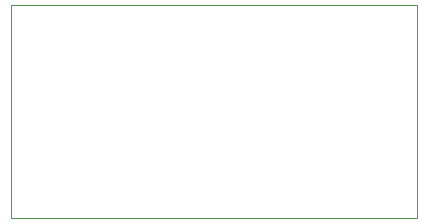
<source format=gbr>
%TF.GenerationSoftware,KiCad,Pcbnew,9.0.0*%
%TF.CreationDate,2025-04-13T17:51:54-07:00*%
%TF.ProjectId,compact_photodiode_v2,636f6d70-6163-4745-9f70-686f746f6469,rev?*%
%TF.SameCoordinates,Original*%
%TF.FileFunction,Profile,NP*%
%FSLAX46Y46*%
G04 Gerber Fmt 4.6, Leading zero omitted, Abs format (unit mm)*
G04 Created by KiCad (PCBNEW 9.0.0) date 2025-04-13 17:51:54*
%MOMM*%
%LPD*%
G01*
G04 APERTURE LIST*
%TA.AperFunction,Profile*%
%ADD10C,0.100000*%
%TD*%
G04 APERTURE END LIST*
D10*
X131200000Y-109200000D02*
X165600000Y-109200000D01*
X165600000Y-127200000D01*
X131200000Y-127200000D01*
X131200000Y-109200000D01*
M02*

</source>
